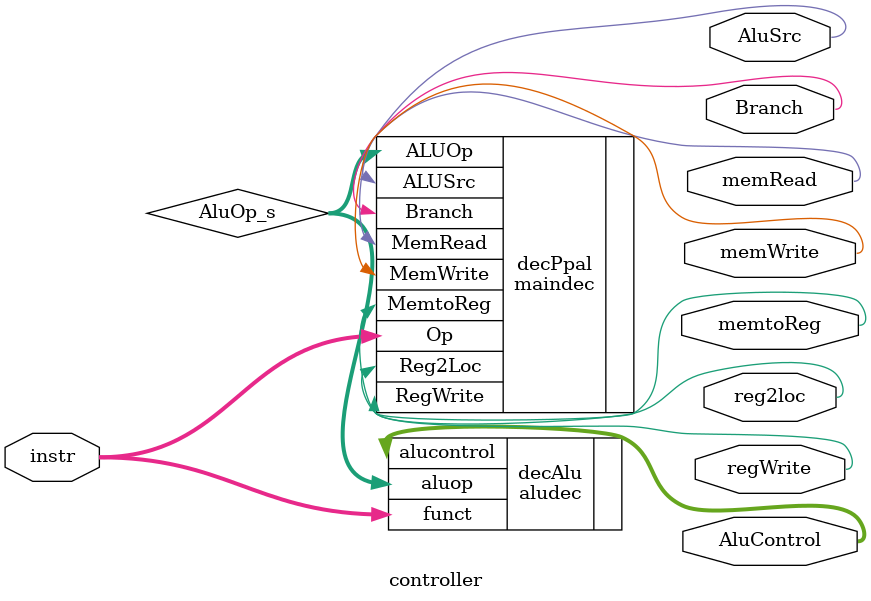
<source format=sv>

module controller(input logic [10:0] instr,
						output logic [3:0] AluControl,
						output logic reg2loc, regWrite, AluSrc, Branch,
											memtoReg, memRead, memWrite);

	logic [1:0] AluOp_s;

	maindec 	decPpal 	(.Op(instr),
							.Reg2Loc(reg2loc),
							.ALUSrc(AluSrc),
							.MemtoReg(memtoReg),
							.RegWrite(regWrite),
							.MemRead(memRead),
							.MemWrite(memWrite),
							.Branch(Branch),
							.ALUOp(AluOp_s));


	aludec 	decAlu 	(.funct(instr),
							.aluop(AluOp_s),
							.alucontrol(AluControl));

endmodule

</source>
